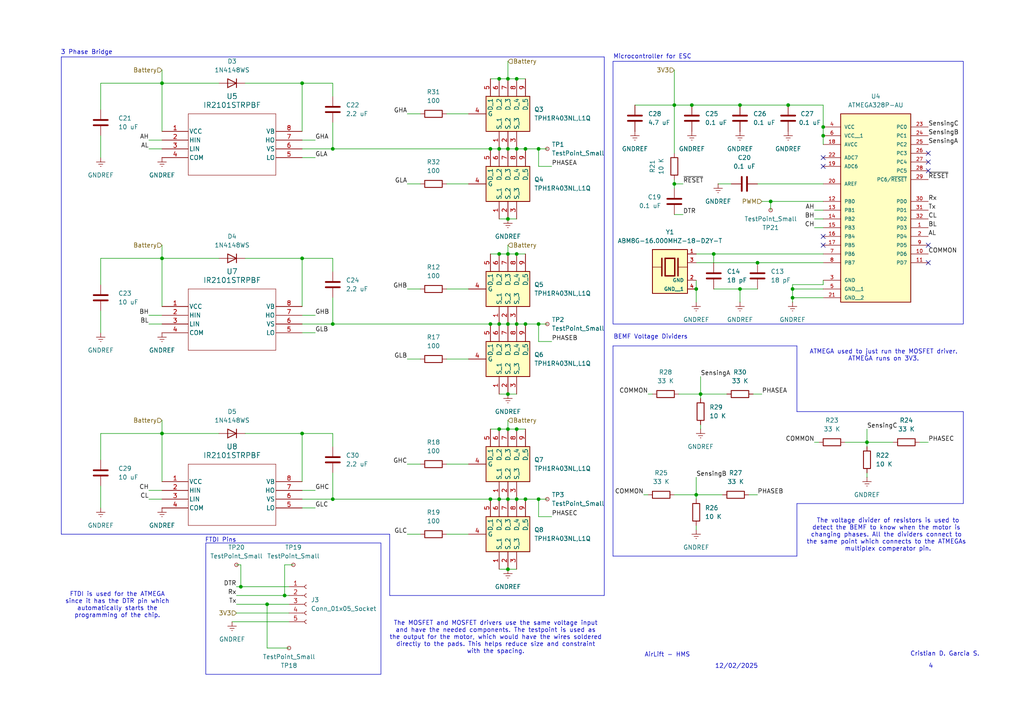
<source format=kicad_sch>
(kicad_sch (version 20250114) (generator "eeschema") (generator_version "9.0")
  (paper "A4")
  (lib_symbols
    (symbol "Connector:Conn_01x05_Socket" (pin_names (offset 1.016) (hide yes))
      (property "Reference" "J" (at 0 7.62 0))
      (property "Value" "Conn_01x05_Socket" (at 0 -7.62 0))
      (symbol "Conn_01x05_Socket_1_1"
        (pin passive line (at -5.08 5.08 0) (length 3.81) (name "Pin_1") (number "1"))
        (pin passive line (at -5.08 2.54 0) (length 3.81) (name "Pin_2") (number "2"))
        (pin passive line (at -5.08 0 0) (length 3.81) (name "Pin_3") (number "3"))
        (pin passive line (at -5.08 -2.54 0) (length 3.81) (name "Pin_4") (number "4"))
        (pin passive line (at -5.08 -5.08 0) (length 3.81) (name "Pin_5") (number "5"))
      )
    )
    (symbol "HMS_SSymbols_Library:1N4148WS" (pin_numbers (hide yes)) (pin_names (hide yes))
      (property "Reference" "D" (at 0 2.54 0))
      (property "Value" "1N4148WS" (at 0 -2.54 0))
      (symbol "1N4148WS_1_1"
        (pin passive line (at -3.81 0 0) (length 2.54) (name "K") (number "1"))
        (pin passive line (at 3.81 0 180) (length 2.54) (name "A") (number "2"))
      )
    )
    (symbol "HMS_SSymbols_Library:ABM8G-16.000MHZ-18-D2Y-T" (pin_names (offset 1.016))
      (property "Reference" "Y" (at -5.0878 6.3559 0))
      (property "Value" "ABM8G-16.000MHZ-18-D2Y-T" (at -5.0944 -10.16 0))
      (symbol "ABM8G-16.000MHZ-18-D2Y-T_0_0"
        (pin passive line (at 7.62 3.81 180) (length 2.54) (name "~") (number "1"))
        (pin passive line (at 7.62 1.27 180) (length 2.54) (name "~") (number "3"))
        (pin power_in line (at 7.62 -3.81 180) (length 2.54) (name "GND") (number "2"))
        (pin power_in line (at 7.62 -6.35 180) (length 2.54) (name "GND__1") (number "4"))
      )
    )
    (symbol "HMS_SSymbols_Library:ATMEGA328P-AU" (pin_names (offset 1.016))
      (property "Reference" "U" (at -0.762 30.734 0))
      (property "Value" "ATMEGA328P-AU" (at -7.874 28.448 0))
      (symbol "ATMEGA328P-AU_0_0"
        (pin power_in line (at -15.24 24.13 0) (length 5.08) (name "VCC") (number "4"))
        (pin power_in line (at -15.24 21.59 0) (length 5.08) (name "VCC__1") (number "6"))
        (pin power_in line (at -15.24 19.05 0) (length 5.08) (name "AVCC") (number "18"))
        (pin bidirectional line (at -15.24 15.24 0) (length 5.08) (name "ADC7") (number "22"))
        (pin bidirectional line (at -15.24 12.7 0) (length 5.08) (name "ADC6") (number "19"))
        (pin input line (at -15.24 7.62 0) (length 5.08) (name "AREF") (number "20"))
        (pin bidirectional line (at -15.24 2.54 0) (length 5.08) (name "PB0") (number "12"))
        (pin bidirectional line (at -15.24 0 0) (length 5.08) (name "PB1") (number "13"))
        (pin bidirectional line (at -15.24 -2.54 0) (length 5.08) (name "PB2") (number "14"))
        (pin bidirectional line (at -15.24 -5.08 0) (length 5.08) (name "PB3") (number "15"))
        (pin bidirectional line (at -15.24 -7.62 0) (length 5.08) (name "PB4") (number "16"))
        (pin bidirectional line (at -15.24 -10.16 0) (length 5.08) (name "PB5") (number "17"))
        (pin bidirectional line (at -15.24 -12.7 0) (length 5.08) (name "PB6") (number "7"))
        (pin bidirectional line (at -15.24 -15.24 0) (length 5.08) (name "PB7") (number "8"))
        (pin power_in line (at -15.24 -20.32 0) (length 5.08) (name "GND") (number "3"))
        (pin power_in line (at -15.24 -22.86 0) (length 5.08) (name "GND__1") (number "5"))
        (pin power_in line (at -15.24 -25.4 0) (length 5.08) (name "GND__2") (number "21"))
        (pin bidirectional line (at 15.24 24.13 180) (length 5.08) (name "PC0") (number "23"))
        (pin bidirectional line (at 15.24 21.59 180) (length 5.08) (name "PC1") (number "24"))
        (pin bidirectional line (at 15.24 19.05 180) (length 5.08) (name "PC2") (number "25"))
        (pin bidirectional line (at 15.24 16.51 180) (length 5.08) (name "PC3") (number "26"))
        (pin bidirectional line (at 15.24 13.97 180) (length 5.08) (name "PC4") (number "27"))
        (pin bidirectional line (at 15.24 11.43 180) (length 5.08) (name "PC5") (number "28"))
        (pin bidirectional line (at 15.24 8.89 180) (length 5.08) (name "PC6/~{RESET}") (number "29"))
        (pin bidirectional line (at 15.24 2.54 180) (length 5.08) (name "PD0") (number "30"))
        (pin bidirectional line (at 15.24 0 180) (length 5.08) (name "PD1") (number "31"))
        (pin bidirectional line (at 15.24 -2.54 180) (length 5.08) (name "PD2") (number "32"))
        (pin bidirectional line (at 15.24 -5.08 180) (length 5.08) (name "PD3") (number "1"))
        (pin bidirectional line (at 15.24 -7.62 180) (length 5.08) (name "PD4") (number "2"))
        (pin bidirectional line (at 15.24 -10.16 180) (length 5.08) (name "PD5") (number "9"))
        (pin bidirectional line (at 15.24 -12.7 180) (length 5.08) (name "PD6") (number "10"))
        (pin bidirectional line (at 15.24 -15.24 180) (length 5.08) (name "PD7") (number "11"))
      )
    )
    (symbol "HMS_SSymbols_Library:C" (pin_numbers (hide yes)) (pin_names (offset 0.254))
      (property "Reference" "C" (at 0.635 2.54 0))
      (property "Value" "C" (at 0.635 -2.54 0))
      (symbol "C_1_1"
        (pin passive line (at 0 3.81 270) (length 2.794) (name "~") (number "1"))
        (pin passive line (at 0 -3.81 90) (length 2.794) (name "~") (number "2"))
      )
    )
    (symbol "HMS_SSymbols_Library:GNDREF" (power) (pin_numbers (hide yes)) (pin_names (offset 0) (hide yes))
      (property "Value" "GNDREF" (at 0 -3.81 0))
      (symbol "GNDREF_1_1"
        (pin power_in line (at 0 0 270) (length 0) (name "~") (number "1"))
      )
    )
    (symbol "HMS_SSymbols_Library:IR2101STRPBF" (pin_names (offset 0.254))
      (property "Reference" "U" (at 20.32 10.16 0))
      (property "Value" "IR2101STRPBF" (at 20.32 7.62 0))
      (symbol "IR2101STRPBF_0_1"
        (pin power_in line (at 0 0 0) (length 7.62) (name "VCC") (number "1"))
        (pin input line (at 0 -2.54 0) (length 7.62) (name "HIN") (number "2"))
        (pin input line (at 0 -5.08 0) (length 7.62) (name "LIN") (number "3"))
        (pin output line (at 40.64 -2.54 180) (length 7.62) (name "HO") (number "7"))
        (pin output line (at 40.64 -7.62 180) (length 7.62) (name "LO") (number "5"))
      )
      (symbol "IR2101STRPBF_1_1"
        (pin power_in line (at 0 -7.62 0) (length 7.62) (name "COM") (number "4"))
        (pin output line (at 40.64 0 180) (length 7.62) (name "VB") (number "8"))
        (pin output line (at 40.64 -5.08 180) (length 7.62) (name "VS") (number "6"))
      )
    )
    (symbol "HMS_SSymbols_Library:R" (pin_numbers (hide yes)) (pin_names (offset 0))
      (property "Reference" "R" (at 2.032 0 90))
      (property "Value" "R" (at 0 0 90))
      (symbol "R_1_1"
        (pin passive line (at 0 3.81 270) (length 1.27) (name "~") (number "1"))
        (pin passive line (at 0 -3.81 90) (length 1.27) (name "~") (number "2"))
      )
    )
    (symbol "HMS_SSymbols_Library:TPH1R403NL,L1Q"
      (property "Reference" "Q" (at 11.43 -12.7 0))
      (property "Value" "TPH1R403NL,L1Q" (at 4.064 -14.986 0))
      (symbol "TPH1R403NL,L1Q_1_1"
        (pin passive line (at 2.54 -2.54 0) (length 5.08) (name "S_1") (number "1"))
        (pin passive line (at 2.54 -5.08 0) (length 5.08) (name "S_2") (number "2"))
        (pin passive line (at 2.54 -7.62 0) (length 5.08) (name "S_3") (number "3"))
        (pin passive line (at 12.7 6.35 270) (length 5.08) (name "G") (number "4"))
        (pin passive line (at 22.86 0 180) (length 5.08) (name "D_1") (number "5"))
        (pin passive line (at 22.86 -2.54 180) (length 5.08) (name "D_2") (number "6"))
        (pin passive line (at 22.86 -5.08 180) (length 5.08) (name "D_3") (number "7"))
        (pin passive line (at 22.86 -7.62 180) (length 5.08) (name "D_4") (number "8"))
        (pin passive line (at 22.86 -10.16 180) (length 5.08) (name "D_5") (number "9"))
      )
    )
    (symbol "HMS_SSymbols_Library:TestPoint_Small" (pin_numbers (hide yes)) (pin_names (offset 0.762) (hide yes))
      (property "Reference" "TP" (at 0 3.81 0))
      (property "Value" "TestPoint_Small" (at 0 2.032 0))
      (symbol "TestPoint_Small_1_1"
        (pin passive line (at 0 0 90) (length 0) (name "1") (number "1"))
      )
    )
  )
  (rectangle (start 177.8 17.78) (end 279.4 93.98))
  (rectangle (start 59.69 157.48) (end 110.49 195.58))
  (text "Cristian D. Garcia S." (at 274.066 189.738 0) (effects (font (size 1.27 1.27))))
  (text "12/02/2025" (at 213.614 193.294 0) (effects (font (size 1.27 1.27))))
  (text "The voltage divider of resistors is used to\ndetect the BEMF to know when the motor is \nchanging phases. All the dividers connect to \nthe same point which connects to the ATMEGAs \nmultiplex comperator pin." (at 257.556 155.194 0) (effects (font (size 1.27 1.27))))
  (text "FTDI is used for the ATMEGA\nsince it has the DTR pin which\nautomatically starts the\nprogramming of the chip." (at 34.036 175.514 0) (effects (font (size 1.27 1.27))))
  (text "ATMEGA used to just run the MOSFET driver.\nATMEGA runs on 3V3." (at 256.286 103.124 0) (effects (font (size 1.27 1.27))))
  (text "FTDI Pins" (at 64.008 156.718 0) (effects (font (size 1.27 1.27))))
  (text "Microcontroller for ESC" (at 189.23 16.51 0) (effects (font (size 1.27 1.27))))
  (text "BEMF Voltage Dividers" (at 188.722 97.79 0) (effects (font (size 1.27 1.27))))
  (text "The MOSFET and MOSFET drivers use the same voltage input\nand have the needed components. The testpoint is used as\nthe output for the motor, which would have the wires soldered\ndirectly to the pads. This helps reduce size and constraint\nwith the spacing." (at 143.764 184.912 0) (effects (font (size 1.27 1.27))))
  (text "3 Phase Bridge" (at 25.146 15.24 0) (effects (font (size 1.27 1.27))))
  (text "4" (at 270.002 193.294 0) (effects (font (size 1.27 1.27))))
  (text "AirLift - HMS" (at 193.548 189.992 0) (effects (font (size 1.27 1.27))))
  (junction (at 144.78 73.66))
  (junction (at 214.63 30.48))
  (junction (at 149.86 93.98))
  (junction (at 195.58 30.48))
  (junction (at 46.99 125.73))
  (junction (at 195.58 53.34))
  (junction (at 144.78 43.18))
  (junction (at 147.32 124.46))
  (junction (at 156.21 43.18))
  (junction (at 223.52 58.42))
  (junction (at 46.99 24.13))
  (junction (at 149.86 124.46))
  (junction (at 201.93 143.51))
  (junction (at 144.78 93.98))
  (junction (at 87.63 74.93))
  (junction (at 147.32 63.5))
  (junction (at 156.21 93.98))
  (junction (at 142.24 93.98))
  (junction (at 147.32 114.3))
  (junction (at 214.63 83.82))
  (junction (at 96.52 43.18))
  (junction (at 200.66 30.48))
  (junction (at 152.4 93.98))
  (junction (at 147.32 165.1))
  (junction (at 96.52 93.98))
  (junction (at 219.71 76.2))
  (junction (at 229.87 86.36))
  (junction (at 96.52 144.78))
  (junction (at 238.76 36.83))
  (junction (at 69.85 170.18))
  (junction (at 147.32 22.86))
  (junction (at 142.24 43.18))
  (junction (at 142.24 144.78))
  (junction (at 149.86 144.78))
  (junction (at 149.86 43.18))
  (junction (at 228.6 30.48))
  (junction (at 238.76 39.37))
  (junction (at 203.2 114.3))
  (junction (at 152.4 144.78))
  (junction (at 201.93 83.82))
  (junction (at 156.21 144.78))
  (junction (at 87.63 125.73))
  (junction (at 87.63 24.13))
  (junction (at 77.47 175.26))
  (junction (at 82.55 172.72))
  (junction (at 229.87 83.82))
  (junction (at 149.86 73.66))
  (junction (at 46.99 74.93))
  (junction (at 147.32 144.78))
  (junction (at 147.32 73.66))
  (junction (at 144.78 144.78))
  (junction (at 149.86 22.86))
  (junction (at 144.78 124.46))
  (junction (at 152.4 43.18))
  (junction (at 147.32 93.98))
  (junction (at 144.78 22.86))
  (junction (at 207.01 73.66))
  (junction (at 251.46 128.27))
  (junction (at 147.32 43.18))
  (no_connect (at 269.24 76.2))
  (no_connect (at 238.76 68.58))
  (no_connect (at 238.76 71.12))
  (no_connect (at 269.24 49.53))
  (no_connect (at 269.24 44.45))
  (no_connect (at 238.76 48.26))
  (no_connect (at 269.24 46.99))
  (no_connect (at 269.24 71.12))
  (no_connect (at 238.76 45.72))
  (polyline (pts (xy 177.8 100.33) (xy 177.8 161.29)))
  (wire (pts (xy 219.71 53.34) (xy 238.76 53.34)))
  (wire (pts (xy 149.86 43.18) (xy 152.4 43.18)))
  (wire (pts (xy 147.32 124.46) (xy 149.86 124.46)))
  (wire (pts (xy 238.76 39.37) (xy 238.76 41.91)))
  (wire (pts (xy 144.78 43.18) (xy 147.32 43.18)))
  (wire (pts (xy 29.21 74.93) (xy 46.99 74.93)))
  (wire (pts (xy 68.58 172.72) (xy 82.55 172.72)))
  (wire (pts (xy 129.54 134.62) (xy 135.89 134.62)))
  (wire (pts (xy 195.58 53.34) (xy 198.12 53.34)))
  (wire (pts (xy 118.11 53.34) (xy 121.92 53.34)))
  (wire (pts (xy 87.63 139.7) (xy 87.63 125.73)))
  (wire (pts (xy 118.11 134.62) (xy 121.92 134.62)))
  (wire (pts (xy 46.99 121.92) (xy 46.99 125.73)))
  (wire (pts (xy 144.78 63.5) (xy 147.32 63.5)))
  (wire (pts (xy 68.58 177.8) (xy 83.82 177.8)))
  (wire (pts (xy 160.02 99.06) (xy 156.21 99.06)))
  (wire (pts (xy 152.4 93.98) (xy 156.21 93.98)))
  (wire (pts (xy 118.11 33.02) (xy 121.92 33.02)))
  (wire (pts (xy 83.82 187.96) (xy 77.47 187.96)))
  (wire (pts (xy 67.31 180.34) (xy 83.82 180.34)))
  (wire (pts (xy 43.18 43.18) (xy 46.99 43.18)))
  (wire (pts (xy 43.18 40.64) (xy 46.99 40.64)))
  (wire (pts (xy 46.99 125.73) (xy 46.99 139.7)))
  (polyline (pts (xy 279.4 119.38) (xy 279.4 146.05)))
  (wire (pts (xy 129.54 104.14) (xy 135.89 104.14)))
  (wire (pts (xy 142.24 93.98) (xy 144.78 93.98)))
  (wire (pts (xy 68.58 163.83) (xy 69.85 163.83)))
  (wire (pts (xy 91.44 147.32) (xy 87.63 147.32)))
  (wire (pts (xy 245.11 128.27) (xy 251.46 128.27)))
  (wire (pts (xy 96.52 35.56) (xy 96.52 43.18)))
  (wire (pts (xy 251.46 128.27) (xy 259.08 128.27)))
  (wire (pts (xy 144.78 22.86) (xy 147.32 22.86)))
  (wire (pts (xy 96.52 144.78) (xy 87.63 144.78)))
  (wire (pts (xy 219.71 143.51) (xy 217.17 143.51)))
  (wire (pts (xy 29.21 125.73) (xy 46.99 125.73)))
  (wire (pts (xy 203.2 109.22) (xy 203.2 114.3)))
  (wire (pts (xy 142.24 73.66) (xy 144.78 73.66)))
  (wire (pts (xy 46.99 74.93) (xy 63.5 74.93)))
  (wire (pts (xy 196.85 114.3) (xy 203.2 114.3)))
  (wire (pts (xy 195.58 53.34) (xy 195.58 52.07)))
  (wire (pts (xy 156.21 93.98) (xy 158.75 93.98)))
  (wire (pts (xy 251.46 138.43) (xy 251.46 137.16)))
  (wire (pts (xy 29.21 96.52) (xy 29.21 90.17)))
  (wire (pts (xy 91.44 45.72) (xy 87.63 45.72)))
  (wire (pts (xy 96.52 93.98) (xy 87.63 93.98)))
  (wire (pts (xy 142.24 124.46) (xy 144.78 124.46)))
  (polyline (pts (xy 177.8 100.33) (xy 231.14 100.33)))
  (wire (pts (xy 29.21 24.13) (xy 46.99 24.13)))
  (wire (pts (xy 147.32 144.78) (xy 149.86 144.78)))
  (wire (pts (xy 156.21 99.06) (xy 156.21 93.98)))
  (wire (pts (xy 184.15 30.48) (xy 195.58 30.48)))
  (wire (pts (xy 29.21 133.35) (xy 29.21 125.73)))
  (wire (pts (xy 96.52 74.93) (xy 87.63 74.93)))
  (wire (pts (xy 238.76 36.83) (xy 238.76 39.37)))
  (wire (pts (xy 147.32 71.12) (xy 147.32 73.66)))
  (wire (pts (xy 96.52 86.36) (xy 96.52 93.98)))
  (wire (pts (xy 77.47 175.26) (xy 83.82 175.26)))
  (wire (pts (xy 269.24 128.27) (xy 266.7 128.27)))
  (wire (pts (xy 195.58 143.51) (xy 201.93 143.51)))
  (wire (pts (xy 96.52 43.18) (xy 142.24 43.18)))
  (polyline (pts (xy 17.78 154.94) (xy 113.03 154.94)))
  (wire (pts (xy 144.78 124.46) (xy 147.32 124.46)))
  (polyline (pts (xy 231.14 100.33) (xy 231.14 119.38)))
  (wire (pts (xy 220.98 58.42) (xy 223.52 58.42)))
  (wire (pts (xy 87.63 88.9) (xy 87.63 74.93)))
  (wire (pts (xy 142.24 144.78) (xy 144.78 144.78)))
  (wire (pts (xy 147.32 114.3) (xy 149.86 114.3)))
  (wire (pts (xy 46.99 125.73) (xy 63.5 125.73)))
  (wire (pts (xy 229.87 83.82) (xy 229.87 86.36)))
  (wire (pts (xy 207.01 76.2) (xy 207.01 73.66)))
  (wire (pts (xy 96.52 24.13) (xy 87.63 24.13)))
  (wire (pts (xy 91.44 96.52) (xy 87.63 96.52)))
  (polyline (pts (xy 175.26 172.72) (xy 175.26 16.51)))
  (wire (pts (xy 201.93 144.78) (xy 201.93 143.51)))
  (wire (pts (xy 220.98 114.3) (xy 218.44 114.3)))
  (wire (pts (xy 82.55 163.83) (xy 82.55 172.72)))
  (wire (pts (xy 149.86 124.46) (xy 152.4 124.46)))
  (wire (pts (xy 129.54 53.34) (xy 135.89 53.34)))
  (wire (pts (xy 147.32 93.98) (xy 149.86 93.98)))
  (wire (pts (xy 201.93 76.2) (xy 219.71 76.2)))
  (wire (pts (xy 186.69 143.51) (xy 187.96 143.51)))
  (wire (pts (xy 85.09 163.83) (xy 82.55 163.83)))
  (wire (pts (xy 195.58 54.61) (xy 195.58 53.34)))
  (wire (pts (xy 129.54 154.94) (xy 135.89 154.94)))
  (wire (pts (xy 160.02 48.26) (xy 156.21 48.26)))
  (wire (pts (xy 214.63 30.48) (xy 228.6 30.48)))
  (polyline (pts (xy 231.14 119.38) (xy 279.4 119.38)))
  (polyline (pts (xy 17.78 16.51) (xy 175.26 16.51)))
  (wire (pts (xy 147.32 17.78) (xy 147.32 22.86)))
  (wire (pts (xy 147.32 121.92) (xy 147.32 124.46)))
  (wire (pts (xy 201.93 153.67) (xy 201.93 152.4)))
  (wire (pts (xy 156.21 149.86) (xy 156.21 144.78)))
  (wire (pts (xy 77.47 187.96) (xy 77.47 175.26)))
  (wire (pts (xy 152.4 43.18) (xy 156.21 43.18)))
  (wire (pts (xy 144.78 144.78) (xy 147.32 144.78)))
  (wire (pts (xy 144.78 73.66) (xy 147.32 73.66)))
  (wire (pts (xy 160.02 149.86) (xy 156.21 149.86)))
  (wire (pts (xy 203.2 115.57) (xy 203.2 114.3)))
  (wire (pts (xy 87.63 24.13) (xy 71.12 24.13)))
  (wire (pts (xy 238.76 86.36) (xy 229.87 86.36)))
  (wire (pts (xy 207.01 73.66) (xy 238.76 73.66)))
  (wire (pts (xy 149.86 93.98) (xy 152.4 93.98)))
  (wire (pts (xy 43.18 144.78) (xy 46.99 144.78)))
  (wire (pts (xy 214.63 87.63) (xy 214.63 83.82)))
  (wire (pts (xy 29.21 45.72) (xy 29.21 39.37)))
  (wire (pts (xy 91.44 91.44) (xy 87.63 91.44)))
  (wire (pts (xy 96.52 125.73) (xy 87.63 125.73)))
  (wire (pts (xy 147.32 73.66) (xy 149.86 73.66)))
  (wire (pts (xy 238.76 30.48) (xy 238.76 36.83)))
  (wire (pts (xy 195.58 30.48) (xy 200.66 30.48)))
  (wire (pts (xy 238.76 82.55) (xy 229.87 82.55)))
  (wire (pts (xy 82.55 172.72) (xy 83.82 172.72)))
  (wire (pts (xy 156.21 43.18) (xy 158.75 43.18)))
  (wire (pts (xy 149.86 73.66) (xy 152.4 73.66)))
  (wire (pts (xy 68.58 175.26) (xy 77.47 175.26)))
  (wire (pts (xy 229.87 82.55) (xy 229.87 83.82)))
  (wire (pts (xy 29.21 147.32) (xy 29.21 140.97)))
  (wire (pts (xy 96.52 137.16) (xy 96.52 144.78)))
  (wire (pts (xy 198.12 62.23) (xy 195.58 62.23)))
  (wire (pts (xy 201.93 143.51) (xy 209.55 143.51)))
  (polyline (pts (xy 113.03 172.72) (xy 175.26 172.72)))
  (wire (pts (xy 149.86 144.78) (xy 152.4 144.78)))
  (wire (pts (xy 219.71 76.2) (xy 238.76 76.2)))
  (wire (pts (xy 118.11 83.82) (xy 121.92 83.82)))
  (wire (pts (xy 142.24 43.18) (xy 144.78 43.18)))
  (wire (pts (xy 201.93 81.28) (xy 201.93 83.82)))
  (wire (pts (xy 195.58 44.45) (xy 195.58 30.48)))
  (wire (pts (xy 203.2 124.46) (xy 203.2 123.19)))
  (wire (pts (xy 238.76 63.5) (xy 236.22 63.5)))
  (wire (pts (xy 144.78 114.3) (xy 147.32 114.3)))
  (wire (pts (xy 46.99 20.32) (xy 46.99 24.13)))
  (wire (pts (xy 46.99 24.13) (xy 63.5 24.13)))
  (wire (pts (xy 142.24 22.86) (xy 144.78 22.86)))
  (wire (pts (xy 29.21 31.75) (xy 29.21 24.13)))
  (wire (pts (xy 69.85 170.18) (xy 83.82 170.18)))
  (wire (pts (xy 208.28 53.34) (xy 212.09 53.34)))
  (wire (pts (xy 43.18 142.24) (xy 46.99 142.24)))
  (wire (pts (xy 87.63 125.73) (xy 71.12 125.73)))
  (polyline (pts (xy 177.8 161.29) (xy 231.14 161.29)))
  (polyline (pts (xy 113.03 154.94) (xy 113.03 172.72)))
  (wire (pts (xy 96.52 144.78) (xy 142.24 144.78)))
  (wire (pts (xy 87.63 74.93) (xy 71.12 74.93)))
  (wire (pts (xy 68.58 170.18) (xy 69.85 170.18)))
  (wire (pts (xy 156.21 48.26) (xy 156.21 43.18)))
  (wire (pts (xy 200.66 30.48) (xy 214.63 30.48)))
  (wire (pts (xy 238.76 66.04) (xy 236.22 66.04)))
  (wire (pts (xy 96.52 93.98) (xy 142.24 93.98)))
  (wire (pts (xy 118.11 154.94) (xy 121.92 154.94)))
  (wire (pts (xy 144.78 165.1) (xy 147.32 165.1)))
  (wire (pts (xy 46.99 74.93) (xy 46.99 88.9)))
  (wire (pts (xy 91.44 142.24) (xy 87.63 142.24)))
  (wire (pts (xy 156.21 144.78) (xy 158.75 144.78)))
  (wire (pts (xy 129.54 33.02) (xy 135.89 33.02)))
  (wire (pts (xy 96.52 78.74) (xy 96.52 74.93)))
  (wire (pts (xy 228.6 30.48) (xy 238.76 30.48)))
  (wire (pts (xy 91.44 40.64) (xy 87.63 40.64)))
  (wire (pts (xy 238.76 60.96) (xy 236.22 60.96)))
  (wire (pts (xy 147.32 22.86) (xy 149.86 22.86)))
  (wire (pts (xy 46.99 24.13) (xy 46.99 38.1)))
  (wire (pts (xy 201.93 87.63) (xy 201.93 83.82)))
  (wire (pts (xy 144.78 93.98) (xy 147.32 93.98)))
  (wire (pts (xy 152.4 144.78) (xy 156.21 144.78)))
  (wire (pts (xy 96.52 27.94) (xy 96.52 24.13)))
  (wire (pts (xy 118.11 104.14) (xy 121.92 104.14)))
  (wire (pts (xy 43.18 91.44) (xy 46.99 91.44)))
  (wire (pts (xy 251.46 129.54) (xy 251.46 128.27)))
  (wire (pts (xy 238.76 83.82) (xy 229.87 83.82)))
  (wire (pts (xy 236.22 128.27) (xy 237.49 128.27)))
  (polyline (pts (xy 231.14 146.05) (xy 231.14 161.29)))
  (polyline (pts (xy 17.78 16.51) (xy 17.78 154.94)))
  (wire (pts (xy 96.52 43.18) (xy 87.63 43.18)))
  (wire (pts (xy 129.54 83.82) (xy 135.89 83.82)))
  (wire (pts (xy 229.87 87.63) (xy 229.87 86.36)))
  (wire (pts (xy 87.63 38.1) (xy 87.63 24.13)))
  (polyline (pts (xy 279.4 146.05) (xy 231.14 146.05)))
  (wire (pts (xy 223.52 58.42) (xy 238.76 58.42)))
  (wire (pts (xy 96.52 129.54) (xy 96.52 125.73)))
  (wire (pts (xy 29.21 82.55) (xy 29.21 74.93)))
  (wire (pts (xy 238.76 81.28) (xy 238.76 82.55)))
  (wire (pts (xy 147.32 43.18) (xy 149.86 43.18)))
  (wire (pts (xy 147.32 165.1) (xy 149.86 165.1)))
  (wire (pts (xy 149.86 22.86) (xy 152.4 22.86)))
  (wire (pts (xy 251.46 124.46) (xy 251.46 128.27)))
  (wire (pts (xy 69.85 163.83) (xy 69.85 170.18)))
  (wire (pts (xy 201.93 73.66) (xy 207.01 73.66)))
  (wire (pts (xy 203.2 114.3) (xy 210.82 114.3)))
  (wire (pts (xy 201.93 138.43) (xy 201.93 143.51)))
  (wire (pts (xy 46.99 71.12) (xy 46.99 74.93)))
  (wire (pts (xy 147.32 63.5) (xy 149.86 63.5)))
  (wire (pts (xy 214.63 83.82) (xy 219.71 83.82)))
  (wire (pts (xy 223.52 58.42) (xy 223.52 60.96)))
  (wire (pts (xy 214.63 83.82) (xy 207.01 83.82)))
  (wire (pts (xy 195.58 20.32) (xy 195.58 30.48)))
  (wire (pts (xy 187.96 114.3) (xy 189.23 114.3)))
  (wire (pts (xy 43.18 93.98) (xy 46.99 93.98)))
  (label "PHASEA" (at 220.98 114.3 0))
  (label "AH" (at 43.18 40.64 180))
  (label "GLA" (at 91.44 45.72 0))
  (label "SensingC" (at 269.24 36.83 0))
  (label "BH" (at 43.18 91.44 180))
  (label "CL" (at 43.18 144.78 180))
  (label "AH" (at 236.22 60.96 180))
  (label "SensingA" (at 203.2 109.22 0))
  (label "GHC" (at 91.44 142.24 0))
  (label "COMMON" (at 269.24 73.66 0))
  (label "SensingC" (at 251.46 124.46 0))
  (label "BL" (at 269.24 66.04 0))
  (label "COMMON" (at 236.22 128.27 180))
  (label "Rx" (at 269.24 58.42 0))
  (label "AL" (at 43.18 43.18 180))
  (label "GHC" (at 118.11 134.62 180))
  (label "GLA" (at 118.11 53.34 180))
  (label "GLC" (at 118.11 154.94 180))
  (label "PHASEC" (at 160.02 149.86 0))
  (label "~{RESET}" (at 269.24 52.07 0))
  (label "PHASEB" (at 160.02 99.06 0))
  (label "BH" (at 236.22 63.5 180))
  (label "DTR" (at 198.12 62.23 0))
  (label "GHA" (at 118.11 33.02 180))
  (label "GLB" (at 118.11 104.14 180))
  (label "GLC" (at 91.44 147.32 0))
  (label "COMMON" (at 186.69 143.51 180))
  (label "GHA" (at 91.44 40.64 0))
  (label "CH" (at 43.18 142.24 180))
  (label "BL" (at 43.18 93.98 180))
  (label "CH" (at 236.22 66.04 180))
  (label "DTR" (at 68.58 170.18 180))
  (label "Tx" (at 269.24 60.96 0))
  (label "CL" (at 269.24 63.5 0))
  (label "GLB" (at 91.44 96.52 0))
  (label "PHASEA" (at 160.02 48.26 0))
  (label "SensingB" (at 269.24 39.37 0))
  (label "Tx" (at 68.58 175.26 180))
  (label "COMMON" (at 187.96 114.3 180))
  (label "GHB" (at 91.44 91.44 0))
  (label "SensingA" (at 269.24 41.91 0))
  (label "~{RESET}" (at 198.12 53.34 0))
  (label "AL" (at 269.24 68.58 0))
  (label "SensingB" (at 201.93 138.43 0))
  (label "Rx" (at 68.58 172.72 180))
  (label "GHB" (at 118.11 83.82 180))
  (label "PHASEC" (at 269.24 128.27 0))
  (label "PHASEB" (at 219.71 143.51 0))
  (hierarchical_label "Battery" (shape input) (at 46.99 71.12 180))
  (hierarchical_label "PWM" (shape input) (at 220.98 58.42 180))
  (hierarchical_label "Battery" (shape input) (at 147.32 17.78 0))
  (hierarchical_label "3V3" (shape input) (at 195.58 20.32 180))
  (hierarchical_label "3V3" (shape input) (at 68.58 177.8 180))
  (hierarchical_label "Battery" (shape input) (at 147.32 71.12 0))
  (hierarchical_label "Battery" (shape input) (at 147.32 121.92 0))
  (hierarchical_label "Battery" (shape input) (at 46.99 121.92 180))
  (hierarchical_label "Battery" (shape input) (at 46.99 20.32 180))
  (symbol (lib_id "HMS_SSymbols_Library:TestPoint_Small") (at 223.52 60.96 270) (unit 1)
    (property "Reference" "TP21" (at 223.52 66.04 90))
    (property "Value" "TestPoint_Small" (at 223.52 63.5 90))
    (property "Footprint" "LibraryHMS_FSymbols_Library:TestPoint_Pad_D1.0mm" (effects (hide yes)))
    (property "Description" "test point" (effects (hide yes)))
  )
  (symbol (lib_id "HMS_SSymbols_Library:TPH1R403NL,L1Q") (at 142.24 66.04 90) (unit 1)
    (property "Reference" "Q4" (at 154.94 52.0699 90) (effects (justify right)))
    (property "Value" "TPH1R403NL,L1Q" (at 154.94 54.6099 90) (effects (justify right)))
    (property "Footprint" "LibraryHMS_FSymbols_Library:TPH1R403NLL1Q" (effects (hide yes)))
    (property "Datasheet" "https://www.mouser.in/ProductDetail/Toshiba/TPH1R403NLL1Q?qs=HVbQlW5zcXWxPmEVdb2K1w%3D%3D&srsltid=AfmBOoqRHMGlSDzUAlTxkWXR9G5-gdRWGcO8wnP1ZC8y2IEoxCRQZ0fW" (effects (hide yes)))
    (property "Description" "N-Channel 30 V 60A (Ta) 1.6W (Ta), 64W (Tc) Surface Mount 8-SOP Advance (5x5)" (effects (hide yes)))
    (property "Height" "1" (effects (hide yes)))
    (property "Mouser Part Number" "757-TPH1R403NLL1Q" (effects (hide yes)))
    (property "Mouser Price/Stock" "https://www.mouser.co.uk/ProductDetail/Toshiba/TPH1R403NLL1Q?qs=HVbQlW5zcXWxPmEVdb2K1w%3D%3D" (effects (hide yes)))
    (property "Manufacturer_Name" "Toshiba" (effects (hide yes)))
    (property "Manufacturer_Part_Number" "TPH1R403NL,L1Q" (effects (hide yes)))
    (property "MFR" "Toshiba Semiconductor and Storage" (effects (hide yes)))
    (property "MPN" "TPH1R403NL,L1Q" (effects (hide yes)))
  )
  (symbol (lib_id "HMS_SSymbols_Library:GNDREF") (at 147.32 165.1 0) (unit 1)
    (property "Reference" "#PWR040" (effects (hide yes)))
    (property "Value" "GNDREF" (at 147.32 170.18 0))
    (property "Description" "Power symbol creates a global label with name \"GNDREF\" , reference supply ground" (effects (hide yes)))
  )
  (symbol (lib_id "HMS_SSymbols_Library:GNDREF") (at 46.99 96.52 0) (unit 1)
    (property "Reference" "#PWR033" (effects (hide yes)))
    (property "Value" "GNDREF" (at 46.99 101.6 0))
    (property "Description" "Power symbol creates a global label with name \"GNDREF\" , reference supply ground" (effects (hide yes)))
  )
  (symbol (lib_id "HMS_SSymbols_Library:R") (at 191.77 143.51 90) (unit 1)
    (property "Reference" "R25" (at 191.77 137.16 90))
    (property "Value" "33 K" (at 191.77 139.7 90))
    (property "Footprint" "LibraryHMS_FSymbols_Library:R_0805_2012Metric_Pad1.20x1.40mm_HandSolder" (effects (hide yes)))
    (property "Description" "Resistor" (effects (hide yes)))
    (property "MFR" "YAGEO" (effects (hide yes)))
    (property "MPN" "RC0805FR-0733KL" (effects (hide yes)))
  )
  (symbol (lib_id "HMS_SSymbols_Library:C") (at 195.58 58.42 0) (mirror x) (unit 1)
    (property "Reference" "C19" (at 191.77 57.1499 0) (effects (justify right)))
    (property "Value" "0.1 uF" (at 191.77 59.6899 0) (effects (justify right)))
    (property "Footprint" "LibraryHMS_FSymbols_Library:C_0805_2012Metric_Pad1.18x1.45mm_HandSolder" (effects (hide yes)))
    (property "Description" "Unpolarized capacitor" (effects (hide yes)))
    (property "MFR" "KEMET" (effects (hide yes)))
    (property "MPN" "C0805C104K4RACTU" (effects (hide yes)))
  )
  (symbol (lib_id "HMS_SSymbols_Library:GNDREF") (at 29.21 45.72 0) (unit 1)
    (property "Reference" "#PWR035" (effects (hide yes)))
    (property "Value" "GNDREF" (at 29.21 50.8 0))
    (property "Description" "Power symbol creates a global label with name \"GNDREF\" , reference supply ground" (effects (hide yes)))
  )
  (symbol (lib_id "HMS_SSymbols_Library:C") (at 219.71 80.01 0) (unit 1)
    (property "Reference" "C13" (at 223.52 78.7399 0) (effects (justify left)))
    (property "Value" "18 pF" (at 223.52 81.2799 0) (effects (justify left)))
    (property "Footprint" "LibraryHMS_FSymbols_Library:C_0805_2012Metric_Pad1.18x1.45mm_HandSolder" (effects (hide yes)))
    (property "Description" "Unpolarized capacitor" (effects (hide yes)))
    (property "MFR" "KEMET" (effects (hide yes)))
    (property "MPN" "C0805C180G4HACTU" (effects (hide yes)))
  )
  (symbol (lib_id "HMS_SSymbols_Library:GNDREF") (at 29.21 147.32 0) (unit 1)
    (property "Reference" "#PWR036" (effects (hide yes)))
    (property "Value" "GNDREF" (at 29.21 152.4 0))
    (property "Description" "Power symbol creates a global label with name \"GNDREF\" , reference supply ground" (effects (hide yes)))
  )
  (symbol (lib_id "HMS_SSymbols_Library:R") (at 241.3 128.27 90) (unit 1)
    (property "Reference" "R23" (at 241.3 121.92 90))
    (property "Value" "33 K" (at 241.3 124.46 90))
    (property "Footprint" "LibraryHMS_FSymbols_Library:R_0805_2012Metric_Pad1.20x1.40mm_HandSolder" (effects (hide yes)))
    (property "Description" "Resistor" (effects (hide yes)))
    (property "MFR" "YAGEO" (effects (hide yes)))
    (property "MPN" "RC0805FR-0733KL" (effects (hide yes)))
  )
  (symbol (lib_id "HMS_SSymbols_Library:GNDREF") (at 229.87 87.63 0) (unit 1)
    (property "Reference" "#PWR09" (effects (hide yes)))
    (property "Value" "GNDREF" (at 229.87 92.71 0))
    (property "Description" "Power symbol creates a global label with name \"GNDREF\" , reference supply ground" (effects (hide yes)))
  )
  (symbol (lib_id "HMS_SSymbols_Library:GNDREF") (at 67.31 180.34 0) (unit 1)
    (property "Reference" "#PWR027" (effects (hide yes)))
    (property "Value" "GNDREF" (at 67.31 185.42 0))
    (property "Description" "Power symbol creates a global label with name \"GNDREF\" , reference supply ground" (effects (hide yes)))
  )
  (symbol (lib_id "HMS_SSymbols_Library:R") (at 203.2 119.38 0) (unit 1)
    (property "Reference" "R29" (at 205.74 118.1099 0) (effects (justify left)))
    (property "Value" "10 K" (at 205.74 120.6499 0) (effects (justify left)))
    (property "Footprint" "LibraryHMS_FSymbols_Library:R_0805_2012Metric_Pad1.20x1.40mm_HandSolder" (effects (hide yes)))
    (property "Description" "Resistor" (effects (hide yes)))
    (property "MFR" "Susumu" (effects (hide yes)))
    (property "MPN" "RR1220P-103-D" (effects (hide yes)))
  )
  (symbol (lib_id "HMS_SSymbols_Library:R") (at 125.73 154.94 90) (unit 1)
    (property "Reference" "R19" (at 125.73 148.59 90))
    (property "Value" "100" (at 125.73 151.13 90))
    (property "Footprint" "LibraryHMS_FSymbols_Library:R_0805_2012Metric_Pad1.20x1.40mm_HandSolder" (effects (hide yes)))
    (property "Description" "Resistor" (effects (hide yes)))
    (property "MFR" "Panasonic Electronic Components" (effects (hide yes)))
    (property "MPN" "ERA-6AEB101V" (effects (hide yes)))
  )
  (symbol (lib_id "HMS_SSymbols_Library:TestPoint_Small") (at 158.75 93.98 0) (unit 1)
    (property "Reference" "TP2" (at 160.02 92.7099 0) (effects (justify left)))
    (property "Value" "TestPoint_Small" (at 160.02 95.2499 0) (effects (justify left)))
    (property "Footprint" "TestPoint:TestPoint_Pad_1.0x1.0mm" (effects (hide yes)))
    (property "Description" "test point" (effects (hide yes)))
    (property "MFR" "N/A" (effects (hide yes)))
    (property "MPN" "N/A" (effects (hide yes)))
  )
  (symbol (lib_id "HMS_SSymbols_Library:R") (at 262.89 128.27 90) (unit 1)
    (property "Reference" "R24" (at 262.89 121.92 90))
    (property "Value" "33 K" (at 262.89 124.46 90))
    (property "Footprint" "LibraryHMS_FSymbols_Library:R_0805_2012Metric_Pad1.20x1.40mm_HandSolder" (effects (hide yes)))
    (property "Description" "Resistor" (effects (hide yes)))
    (property "MFR" "YAGEO" (effects (hide yes)))
    (property "MPN" "RC0805FR-0733KL" (effects (hide yes)))
  )
  (symbol (lib_id "HMS_SSymbols_Library:C") (at 96.52 31.75 180) (unit 1)
    (property "Reference" "C22" (at 100.33 30.4799 0) (effects (justify right)))
    (property "Value" "2.2 uF" (at 100.33 33.0199 0) (effects (justify right)))
    (property "Footprint" "LibraryHMS_FSymbols_Library:C_0805_2012Metric_Pad1.18x1.45mm_HandSolder" (effects (hide yes)))
    (property "Description" "Unpolarized capacitor" (effects (hide yes)))
    (property "MFR" "Murata Electronics" (effects (hide yes)))
    (property "MPN" "GRM21BR71C225KA12L" (effects (hide yes)))
  )
  (symbol (lib_id "HMS_SSymbols_Library:TPH1R403NL,L1Q") (at 142.24 45.72 90) (unit 1)
    (property "Reference" "Q3" (at 154.94 31.7499 90) (effects (justify right)))
    (property "Value" "TPH1R403NL,L1Q" (at 154.94 34.2899 90) (effects (justify right)))
    (property "Footprint" "LibraryHMS_FSymbols_Library:TPH1R403NLL1Q" (effects (hide yes)))
    (property "Datasheet" "https://www.mouser.in/ProductDetail/Toshiba/TPH1R403NLL1Q?qs=HVbQlW5zcXWxPmEVdb2K1w%3D%3D&srsltid=AfmBOoqRHMGlSDzUAlTxkWXR9G5-gdRWGcO8wnP1ZC8y2IEoxCRQZ0fW" (effects (hide yes)))
    (property "Description" "N-Channel 30 V 60A (Ta) 1.6W (Ta), 64W (Tc) Surface Mount 8-SOP Advance (5x5)" (effects (hide yes)))
    (property "Height" "1" (effects (hide yes)))
    (property "Mouser Part Number" "757-TPH1R403NLL1Q" (effects (hide yes)))
    (property "Mouser Price/Stock" "https://www.mouser.co.uk/ProductDetail/Toshiba/TPH1R403NLL1Q?qs=HVbQlW5zcXWxPmEVdb2K1w%3D%3D" (effects (hide yes)))
    (property "Manufacturer_Name" "Toshiba" (effects (hide yes)))
    (property "Manufacturer_Part_Number" "TPH1R403NL,L1Q" (effects (hide yes)))
    (property "MFR" "Toshiba Semiconductor and Storage" (effects (hide yes)))
    (property "MPN" "TPH1R403NL,L1Q" (effects (hide yes)))
  )
  (symbol (lib_id "HMS_SSymbols_Library:GNDREF") (at 200.66 38.1 0) (unit 1)
    (property "Reference" "#PWR04" (effects (hide yes)))
    (property "Value" "GNDREF" (at 200.66 43.18 0))
    (property "Description" "Power symbol creates a global label with name \"GNDREF\" , reference supply ground" (effects (hide yes)))
  )
  (symbol (lib_id "HMS_SSymbols_Library:GNDREF") (at 251.46 138.43 0) (unit 1)
    (property "Reference" "#PWR022" (effects (hide yes)))
    (property "Value" "GNDREF" (at 251.46 143.51 0))
    (property "Description" "Power symbol creates a global label with name \"GNDREF\" , reference supply ground" (effects (hide yes)))
  )
  (symbol (lib_id "HMS_SSymbols_Library:C") (at 215.9 53.34 270) (unit 1)
    (property "Reference" "C20" (at 215.9 45.72 90))
    (property "Value" "0.1 uF" (at 215.9 48.26 90))
    (property "Footprint" "LibraryHMS_FSymbols_Library:C_0805_2012Metric_Pad1.18x1.45mm_HandSolder" (effects (hide yes)))
    (property "Description" "Unpolarized capacitor" (effects (hide yes)))
    (property "MFR" "KEMET" (effects (hide yes)))
    (property "MPN" "C0805C104K4RACTU" (effects (hide yes)))
  )
  (symbol (lib_id "Connector:Conn_01x05_Socket") (at 88.9 175.26 0) (unit 1)
    (property "Reference" "J3" (at 90.17 173.9899 0) (effects (justify left)))
    (property "Value" "Conn_01x05_Socket" (at 90.17 176.5299 0) (effects (justify left)))
    (property "Footprint" "LibraryHMS_FSymbols_Library:PinSocket_1x05_P2.54mm_Vertical" (effects (hide yes)))
    (property "Description" "Generic connector, single row, 01x05, script generated" (effects (hide yes)))
    (property "MFR" "N/A" (effects (hide yes)))
    (property "MPN" "N/A" (effects (hide yes)))
  )
  (symbol (lib_id "HMS_SSymbols_Library:C") (at 228.6 34.29 180) (unit 1)
    (property "Reference" "C27" (at 232.156 33.02 0) (effects (justify right)))
    (property "Value" "0.1 uF" (at 231.648 35.56 0) (effects (justify right)))
    (property "Footprint" "LibraryHMS_FSymbols_Library:C_0805_2012Metric_Pad1.18x1.45mm_HandSolder" (effects (hide yes)))
    (property "Description" "Unpolarized capacitor" (effects (hide yes)))
    (property "MFR" "KEMET" (effects (hide yes)))
    (property "MPN" "C0805C104K4RACTU" (effects (hide yes)))
  )
  (symbol (lib_id "HMS_SSymbols_Library:GNDREF") (at 214.63 87.63 0) (unit 1)
    (property "Reference" "#PWR02" (effects (hide yes)))
    (property "Value" "GNDREF" (at 214.63 92.71 0))
    (property "Description" "Power symbol creates a global label with name \"GNDREF\" , reference supply ground" (effects (hide yes)))
  )
  (symbol (lib_id "HMS_SSymbols_Library:IR2101STRPBF") (at 46.99 88.9 0) (unit 1)
    (property "Reference" "U7" (at 67.31 78.74 0) (effects (font (size 1.524 1.524))))
    (property "Value" "IR2101STRPBF" (at 67.31 81.28 0) (effects (font (size 1.524 1.524))))
    (property "Footprint" "LibraryHMS_FSymbols_Library:SO8N_INF" (effects (hide yes)))
    (property "Datasheet" "https://www.infineon.com/dgdl/ir2101.pdf?fileId=5546d462533600a4015355c7a755166c" (effects (hide yes)))
    (property "MFR" "Infineon Technologies" (effects (hide yes)))
    (property "MPN" "  IR2101STRPBF" (effects (hide yes)))
  )
  (symbol (lib_id "HMS_SSymbols_Library:IR2101STRPBF") (at 46.99 139.7 0) (unit 1)
    (property "Reference" "U8" (at 67.31 129.54 0) (effects (font (size 1.524 1.524))))
    (property "Value" "IR2101STRPBF" (at 67.31 132.08 0) (effects (font (size 1.524 1.524))))
    (property "Footprint" "LibraryHMS_FSymbols_Library:SO8N_INF" (effects (hide yes)))
    (property "Datasheet" "https://www.infineon.com/dgdl/ir2101.pdf?fileId=5546d462533600a4015355c7a755166c" (effects (hide yes)))
    (property "MFR" "Infineon Technologies" (effects (hide yes)))
    (property "MPN" "  IR2101STRPBF" (effects (hide yes)))
  )
  (symbol (lib_id "HMS_SSymbols_Library:TPH1R403NL,L1Q") (at 142.24 167.64 90) (unit 1)
    (property "Reference" "Q8" (at 154.94 153.6699 90) (effects (justify right)))
    (property "Value" "TPH1R403NL,L1Q" (at 154.94 156.2099 90) (effects (justify right)))
    (property "Footprint" "LibraryHMS_FSymbols_Library:TPH1R403NLL1Q" (effects (hide yes)))
    (property "Datasheet" "https://www.mouser.in/ProductDetail/Toshiba/TPH1R403NLL1Q?qs=HVbQlW5zcXWxPmEVdb2K1w%3D%3D&srsltid=AfmBOoqRHMGlSDzUAlTxkWXR9G5-gdRWGcO8wnP1ZC8y2IEoxCRQZ0fW" (effects (hide yes)))
    (property "Description" "N-Channel 30 V 60A (Ta) 1.6W (Ta), 64W (Tc) Surface Mount 8-SOP Advance (5x5)" (effects (hide yes)))
    (property "Height" "1" (effects (hide yes)))
    (property "Mouser Part Number" "757-TPH1R403NLL1Q" (effects (hide yes)))
    (property "Mouser Price/Stock" "https://www.mouser.co.uk/ProductDetail/Toshiba/TPH1R403NLL1Q?qs=HVbQlW5zcXWxPmEVdb2K1w%3D%3D" (effects (hide yes)))
    (property "Manufacturer_Name" "Toshiba" (effects (hide yes)))
    (property "Manufacturer_Part_Number" "TPH1R403NL,L1Q" (effects (hide yes)))
    (property "MFR" "Toshiba Semiconductor and Storage" (effects (hide yes)))
    (property "MPN" "TPH1R403NL,L1Q" (effects (hide yes)))
  )
  (symbol (lib_id "HMS_SSymbols_Library:GNDREF") (at 184.15 38.1 0) (unit 1)
    (property "Reference" "#PWR023" (effects (hide yes)))
    (property "Value" "GNDREF" (at 184.15 43.18 0))
    (property "Description" "Power symbol creates a global label with name \"GNDREF\" , reference supply ground" (effects (hide yes)))
  )
  (symbol (lib_id "HMS_SSymbols_Library:1N4148WS") (at 67.31 125.73 180) (unit 1)
    (property "Reference" "D5" (at 67.31 119.38 0))
    (property "Value" "1N4148WS" (at 67.31 121.92 0))
    (property "Footprint" "LibraryHMS_FSymbols_Library:SODFL2512X100N" (effects (hide yes)))
    (property "Datasheet" "https://www.vishay.com/docs/85751/1n4148ws.pdf" (effects (hide yes)))
    (property "Description" "75V 0.15A Fast switching Diode, SOD-323" (effects (hide yes)))
    (property "Sim.Device" "D" (effects (hide yes)))
    (property "Sim.Pins" "1=K 2=A" (effects (hide yes)))
  )
  (symbol (lib_id "HMS_SSymbols_Library:R") (at 125.73 104.14 90) (unit 1)
    (property "Reference" "R17" (at 125.73 97.79 90))
    (property "Value" "100" (at 125.73 100.33 90))
    (property "Footprint" "LibraryHMS_FSymbols_Library:R_0805_2012Metric_Pad1.20x1.40mm_HandSolder" (effects (hide yes)))
    (property "Description" "Resistor" (effects (hide yes)))
    (property "MFR" "Panasonic Electronic Components" (effects (hide yes)))
    (property "MPN" "ERA-6AEB101V" (effects (hide yes)))
  )
  (symbol (lib_id "HMS_SSymbols_Library:ABM8G-16.000MHZ-18-D2Y-T") (at 194.31 77.47 0) (unit 1)
    (property "Reference" "Y1" (at 194.31 67.31 0))
    (property "Value" "ABM8G-16.000MHZ-18-D2Y-T" (at 194.31 69.85 0))
    (property "Footprint" "LibraryHMS_FSymbols_Library:XTAL_ABM8G-16.000MHZ-18-D2Y-T" (effects (hide yes)))
    (property "PARTREV" "08.13.15" (effects (hide yes)))
    (property "STANDARD" "Manufacturer Recommendations" (effects (hide yes)))
    (property "MAXIMUM_PACKAGE_HEIGHT" "1.0 mm" (effects (hide yes)))
    (property "MANUFACTURER" "Abracon" (effects (hide yes)))
    (property "MFR" "Abracon LLC" (effects (hide yes)))
    (property "MPN" "ABM8G-16.000MHZ-18-D2Y-T" (effects (hide yes)))
  )
  (symbol (lib_id "HMS_SSymbols_Library:GNDREF") (at 203.2 124.46 0) (unit 1)
    (property "Reference" "#PWR031" (effects (hide yes)))
    (property "Value" "GNDREF" (at 203.2 129.54 0))
    (property "Description" "Power symbol creates a global label with name \"GNDREF\" , reference supply ground" (effects (hide yes)))
  )
  (symbol (lib_id "HMS_SSymbols_Library:R") (at 125.73 33.02 90) (unit 1)
    (property "Reference" "R31" (at 125.73 26.67 90))
    (property "Value" "100" (at 125.73 29.21 90))
    (property "Footprint" "LibraryHMS_FSymbols_Library:R_0805_2012Metric_Pad1.20x1.40mm_HandSolder" (effects (hide yes)))
    (property "Description" "Resistor" (effects (hide yes)))
    (property "MFR" "Panasonic Electronic Components" (effects (hide yes)))
    (property "MPN" "ERA-6AEB101V" (effects (hide yes)))
  )
  (symbol (lib_id "HMS_SSymbols_Library:IR2101STRPBF") (at 46.99 38.1 0) (unit 1)
    (property "Reference" "U5" (at 67.31 27.94 0) (effects (font (size 1.524 1.524))))
    (property "Value" "IR2101STRPBF" (at 67.31 30.48 0) (effects (font (size 1.524 1.524))))
    (property "Footprint" "LibraryHMS_FSymbols_Library:SO8N_INF" (effects (hide yes)))
    (property "Datasheet" "https://www.infineon.com/dgdl/ir2101.pdf?fileId=5546d462533600a4015355c7a755166c" (effects (hide yes)))
    (property "MFR" "Infineon Technologies" (effects (hide yes)))
    (property "MPN" "  IR2101STRPBF" (effects (hide yes)))
  )
  (symbol (lib_id "HMS_SSymbols_Library:TestPoint_Small") (at 158.75 43.18 0) (unit 1)
    (property "Reference" "TP1" (at 160.02 41.9099 0) (effects (justify left)))
    (property "Value" "TestPoint_Small" (at 160.02 44.4499 0) (effects (justify left)))
    (property "Footprint" "TestPoint:TestPoint_Pad_1.0x1.0mm" (effects (hide yes)))
    (property "Description" "test point" (effects (hide yes)))
    (property "MFR" "N/A" (effects (hide yes)))
    (property "MPN" "N/A" (effects (hide yes)))
  )
  (symbol (lib_id "HMS_SSymbols_Library:C") (at 29.21 137.16 0) (unit 1)
    (property "Reference" "C29" (at 34.29 135.8899 0) (effects (justify left)))
    (property "Value" "10 uF" (at 34.29 138.4299 0) (effects (justify left)))
    (property "Footprint" "LibraryHMS_FSymbols_Library:C_0805_2012Metric_Pad1.18x1.45mm_HandSolder" (effects (hide yes)))
    (property "Description" "Unpolarized capacitor" (effects (hide yes)))
    (property "MFR" "Samsung Electro-Mechanics" (effects (hide yes)))
    (property "MPN" "CL21A106KOQNNNE" (effects (hide yes)))
  )
  (symbol (lib_id "HMS_SSymbols_Library:C") (at 207.01 80.01 0) (unit 1)
    (property "Reference" "C14" (at 210.82 78.7399 0) (effects (justify left)))
    (property "Value" "18 pF" (at 210.82 81.2799 0) (effects (justify left)))
    (property "Footprint" "LibraryHMS_FSymbols_Library:C_0805_2012Metric_Pad1.18x1.45mm_HandSolder" (effects (hide yes)))
    (property "Description" "Unpolarized capacitor" (effects (hide yes)))
    (property "MFR" "KEMET" (effects (hide yes)))
    (property "MPN" "C0805C180G4HACTU" (effects (hide yes)))
  )
  (symbol (lib_id "HMS_SSymbols_Library:C") (at 214.63 34.29 0) (unit 1)
    (property "Reference" "C26" (at 218.44 33.0199 0) (effects (justify left)))
    (property "Value" "0.1 uF" (at 218.44 35.5599 0) (effects (justify left)))
    (property "Footprint" "LibraryHMS_FSymbols_Library:C_0805_2012Metric_Pad1.18x1.45mm_HandSolder" (effects (hide yes)))
    (property "Description" "Unpolarized capacitor" (effects (hide yes)))
    (property "MFR" "KEMET" (effects (hide yes)))
    (property "MPN" "C0805C104K4RACTU" (effects (hide yes)))
  )
  (symbol (lib_id "HMS_SSymbols_Library:TPH1R403NL,L1Q") (at 142.24 116.84 90) (unit 1)
    (property "Reference" "Q6" (at 154.94 102.8699 90) (effects (justify right)))
    (property "Value" "TPH1R403NL,L1Q" (at 154.94 105.4099 90) (effects (justify right)))
    (property "Footprint" "LibraryHMS_FSymbols_Library:TPH1R403NLL1Q" (effects (hide yes)))
    (property "Datasheet" "https://www.mouser.in/ProductDetail/Toshiba/TPH1R403NLL1Q?qs=HVbQlW5zcXWxPmEVdb2K1w%3D%3D&srsltid=AfmBOoqRHMGlSDzUAlTxkWXR9G5-gdRWGcO8wnP1ZC8y2IEoxCRQZ0fW" (effects (hide yes)))
    (property "Description" "N-Channel 30 V 60A (Ta) 1.6W (Ta), 64W (Tc) Surface Mount 8-SOP Advance (5x5)" (effects (hide yes)))
    (property "Height" "1" (effects (hide yes)))
    (property "Mouser Part Number" "757-TPH1R403NLL1Q" (effects (hide yes)))
    (property "Mouser Price/Stock" "https://www.mouser.co.uk/ProductDetail/Toshiba/TPH1R403NLL1Q?qs=HVbQlW5zcXWxPmEVdb2K1w%3D%3D" (effects (hide yes)))
    (property "Manufacturer_Name" "Toshiba" (effects (hide yes)))
    (property "Manufacturer_Part_Number" "TPH1R403NL,L1Q" (effects (hide yes)))
    (property "MFR" "Toshiba Semiconductor and Storage" (effects (hide yes)))
    (property "MPN" "TPH1R403NL,L1Q" (effects (hide yes)))
  )
  (symbol (lib_id "HMS_SSymbols_Library:R") (at 213.36 143.51 90) (unit 1)
    (property "Reference" "R27" (at 213.36 137.16 90))
    (property "Value" "33 K" (at 213.36 139.7 90))
    (property "Footprint" "LibraryHMS_FSymbols_Library:R_0805_2012Metric_Pad1.20x1.40mm_HandSolder" (effects (hide yes)))
    (property "Description" "Resistor" (effects (hide yes)))
    (property "MFR" "YAGEO" (effects (hide yes)))
    (property "MPN" "RC0805FR-0733KL" (effects (hide yes)))
  )
  (symbol (lib_id "HMS_SSymbols_Library:GNDREF") (at 46.99 45.72 0) (unit 1)
    (property "Reference" "#PWR029" (effects (hide yes)))
    (property "Value" "GNDREF" (at 46.99 50.8 0))
    (property "Description" "Power symbol creates a global label with name \"GNDREF\" , reference supply ground" (effects (hide yes)))
  )
  (symbol (lib_id "HMS_SSymbols_Library:C") (at 200.66 34.29 0) (unit 1)
    (property "Reference" "C25" (at 204.47 33.0199 0) (effects (justify left)))
    (property "Value" "0.1 uF" (at 204.47 35.5599 0) (effects (justify left)))
    (property "Footprint" "LibraryHMS_FSymbols_Library:C_0805_2012Metric_Pad1.18x1.45mm_HandSolder" (effects (hide yes)))
    (property "Description" "Unpolarized capacitor" (effects (hide yes)))
    (property "MFR" "KEMET" (effects (hide yes)))
    (property "MPN" "C0805C104K4RACTU" (effects (hide yes)))
  )
  (symbol (lib_id "HMS_SSymbols_Library:TestPoint_Small") (at 158.75 144.78 0) (unit 1)
    (property "Reference" "TP3" (at 160.02 143.5099 0) (effects (justify left)))
    (property "Value" "TestPoint_Small" (at 160.02 146.0499 0) (effects (justify left)))
    (property "Footprint" "TestPoint:TestPoint_Pad_1.0x1.0mm" (effects (hide yes)))
    (property "Description" "test point" (effects (hide yes)))
    (property "MFR" "N/A" (effects (hide yes)))
    (property "MPN" "N/A" (effects (hide yes)))
  )
  (symbol (lib_id "HMS_SSymbols_Library:GNDREF") (at 147.32 114.3 0) (unit 1)
    (property "Reference" "#PWR039" (effects (hide yes)))
    (property "Value" "GNDREF" (at 147.32 119.38 0))
    (property "Description" "Power symbol creates a global label with name \"GNDREF\" , reference supply ground" (effects (hide yes)))
  )
  (symbol (lib_id "HMS_SSymbols_Library:R") (at 214.63 114.3 90) (unit 1)
    (property "Reference" "R30" (at 214.63 107.95 90))
    (property "Value" "33 K" (at 214.63 110.49 90))
    (property "Footprint" "LibraryHMS_FSymbols_Library:R_0805_2012Metric_Pad1.20x1.40mm_HandSolder" (effects (hide yes)))
    (property "Description" "Resistor" (effects (hide yes)))
    (property "MFR" "YAGEO" (effects (hide yes)))
    (property "MPN" "RC0805FR-0733KL" (effects (hide yes)))
  )
  (symbol (lib_id "HMS_SSymbols_Library:GNDREF") (at 201.93 87.63 0) (unit 1)
    (property "Reference" "#PWR014" (effects (hide yes)))
    (property "Value" "GNDREF" (at 201.93 92.71 0))
    (property "Description" "Power symbol creates a global label with name \"GNDREF\" , reference supply ground" (effects (hide yes)))
  )
  (symbol (lib_id "HMS_SSymbols_Library:R") (at 125.73 53.34 90) (unit 1)
    (property "Reference" "R32" (at 125.73 46.99 90))
    (property "Value" "100" (at 125.73 49.53 90))
    (property "Footprint" "LibraryHMS_FSymbols_Library:R_0805_2012Metric_Pad1.20x1.40mm_HandSolder" (effects (hide yes)))
    (property "Description" "Resistor" (effects (hide yes)))
    (property "MFR" "Panasonic Electronic Components" (effects (hide yes)))
    (property "MPN" "ERA-6AEB101V" (effects (hide yes)))
  )
  (symbol (lib_id "HMS_SSymbols_Library:C") (at 96.52 133.35 180) (unit 1)
    (property "Reference" "C30" (at 100.33 132.0799 0) (effects (justify right)))
    (property "Value" "2.2 uF" (at 100.33 134.6199 0) (effects (justify right)))
    (property "Footprint" "LibraryHMS_FSymbols_Library:C_0805_2012Metric_Pad1.18x1.45mm_HandSolder" (effects (hide yes)))
    (property "Description" "Unpolarized capacitor" (effects (hide yes)))
    (property "MFR" "Murata Electronics" (effects (hide yes)))
    (property "MPN" "GRM21BR71C225KA12L" (effects (hide yes)))
  )
  (symbol (lib_id "HMS_SSymbols_Library:C") (at 96.52 82.55 180) (unit 1)
    (property "Reference" "C24" (at 100.33 81.2799 0) (effects (justify right)))
    (property "Value" "2.2 uF" (at 100.33 83.8199 0) (effects (justify right)))
    (property "Footprint" "LibraryHMS_FSymbols_Library:C_0805_2012Metric_Pad1.18x1.45mm_HandSolder" (effects (hide yes)))
    (property "Description" "Unpolarized capacitor" (effects (hide yes)))
    (property "MFR" "Murata Electronics" (effects (hide yes)))
    (property "MPN" "GRM21BR71C225KA12L" (effects (hide yes)))
  )
  (symbol (lib_id "HMS_SSymbols_Library:GNDREF") (at 29.21 96.52 0) (unit 1)
    (property "Reference" "#PWR032" (effects (hide yes)))
    (property "Value" "GNDREF" (at 29.21 101.6 0))
    (property "Description" "Power symbol creates a global label with name \"GNDREF\" , reference supply ground" (effects (hide yes)))
  )
  (symbol (lib_id "HMS_SSymbols_Library:ATMEGA328P-AU") (at 254 60.96 0) (unit 1)
    (property "Reference" "U4" (at 254 27.94 0))
    (property "Value" "ATMEGA328P-AU" (at 254 30.48 0))
    (property "Footprint" "LibraryHMS_FSymbols_Library:QFP80P900X900X120-32N" (effects (hide yes)))
    (property "PARTREV" "8271A" (effects (hide yes)))
    (property "STANDARD" "IPC-7351B" (effects (hide yes)))
    (property "MAXIMUM_PACKAGE_HEIGHT" "1.20mm" (effects (hide yes)))
    (property "MANUFACTURER" "Microchip" (effects (hide yes)))
    (property "MFR" "Microchip Technology" (effects (hide yes)))
    (property "MPN" "ATMEGA328P-AU" (effects (hide yes)))
  )
  (symbol (lib_id "HMS_SSymbols_Library:R") (at 201.93 148.59 0) (unit 1)
    (property "Reference" "R26" (at 204.47 147.3199 0) (effects (justify left)))
    (property "Value" "10 K" (at 204.47 149.8599 0) (effects (justify left)))
    (property "Footprint" "LibraryHMS_FSymbols_Library:R_0805_2012Metric_Pad1.20x1.40mm_HandSolder" (effects (hide yes)))
    (property "Description" "Resistor" (effects (hide yes)))
    (property "MFR" "Susumu" (effects (hide yes)))
    (property "MPN" "RR1220P-103-D" (effects (hide yes)))
  )
  (symbol (lib_id "HMS_SSymbols_Library:GNDREF") (at 208.28 53.34 0) (unit 1)
    (property "Reference" "#PWR019" (effects (hide yes)))
    (property "Value" "GNDREF" (at 208.28 58.42 0))
    (property "Description" "Power symbol creates a global label with name \"GNDREF\" , reference supply ground" (effects (hide yes)))
  )
  (symbol (lib_id "HMS_SSymbols_Library:GNDREF") (at 228.6 38.1 0) (unit 1)
    (property "Reference" "#PWR016" (effects (hide yes)))
    (property "Value" "GNDREF" (at 228.6 43.18 0))
    (property "Description" "Power symbol creates a global label with name \"GNDREF\" , reference supply ground" (effects (hide yes)))
  )
  (symbol (lib_id "HMS_SSymbols_Library:R") (at 125.73 134.62 90) (unit 1)
    (property "Reference" "R18" (at 125.73 128.27 90))
    (property "Value" "100" (at 125.73 130.81 90))
    (property "Footprint" "LibraryHMS_FSymbols_Library:R_0805_2012Metric_Pad1.20x1.40mm_HandSolder" (effects (hide yes)))
    (property "Description" "Resistor" (effects (hide yes)))
    (property "MFR" "Panasonic Electronic Components" (effects (hide yes)))
    (property "MPN" "ERA-6AEB101V" (effects (hide yes)))
  )
  (symbol (lib_id "HMS_SSymbols_Library:TestPoint_Small") (at 83.82 187.96 270) (unit 1)
    (property "Reference" "TP18" (at 83.82 193.04 90))
    (property "Value" "TestPoint_Small" (at 83.82 190.5 90))
    (property "Footprint" "LibraryHMS_FSymbols_Library:TestPoint_Pad_D1.0mm" (effects (hide yes)))
    (property "Description" "test point" (effects (hide yes)))
  )
  (symbol (lib_id "HMS_SSymbols_Library:R") (at 125.73 83.82 90) (unit 1)
    (property "Reference" "R12" (at 125.73 77.47 90))
    (property "Value" "100" (at 125.73 80.01 90))
    (property "Footprint" "LibraryHMS_FSymbols_Library:R_0805_2012Metric_Pad1.20x1.40mm_HandSolder" (effects (hide yes)))
    (property "Description" "Resistor" (effects (hide yes)))
    (property "MFR" "Panasonic Electronic Components" (effects (hide yes)))
    (property "MPN" "ERA-6AEB101V" (effects (hide yes)))
  )
  (symbol (lib_id "HMS_SSymbols_Library:R") (at 195.58 48.26 180) (unit 1)
    (property "Reference" "R21" (at 189.23 48.26 90))
    (property "Value" "10 K" (at 191.77 48.26 90))
    (property "Footprint" "LibraryHMS_FSymbols_Library:R_0805_2012Metric_Pad1.20x1.40mm_HandSolder" (effects (hide yes)))
    (property "Description" "Resistor" (effects (hide yes)))
    (property "MFR" "Susumu" (effects (hide yes)))
    (property "MPN" "RR1220P-103-D" (effects (hide yes)))
  )
  (symbol (lib_id "HMS_SSymbols_Library:R") (at 251.46 133.35 0) (unit 1)
    (property "Reference" "R22" (at 254 132.0799 0) (effects (justify left)))
    (property "Value" "10 K" (at 254 134.6199 0) (effects (justify left)))
    (property "Footprint" "LibraryHMS_FSymbols_Library:R_0805_2012Metric_Pad1.20x1.40mm_HandSolder" (effects (hide yes)))
    (property "Description" "Resistor" (effects (hide yes)))
    (property "MFR" "Susumu" (effects (hide yes)))
    (property "MPN" "RR1220P-103-D" (effects (hide yes)))
  )
  (symbol (lib_id "HMS_SSymbols_Library:C") (at 184.15 34.29 0) (unit 1)
    (property "Reference" "C28" (at 187.96 33.0199 0) (effects (justify left)))
    (property "Value" "4.7 uF" (at 187.96 35.5599 0) (effects (justify left)))
    (property "Footprint" "LibraryHMS_FSymbols_Library:C_0805_2012Metric_Pad1.18x1.45mm_HandSolder" (effects (hide yes)))
    (property "Description" "Unpolarized capacitor" (effects (hide yes)))
    (property "MFR" "Samsung Electro-Mechanics" (effects (hide yes)))
    (property "MPN" "CL21B475KOFNFNE" (effects (hide yes)))
  )
  (symbol (lib_id "HMS_SSymbols_Library:TestPoint_Small") (at 68.58 163.83 90) (unit 1)
    (property "Reference" "TP20" (at 68.58 158.75 90))
    (property "Value" "TestPoint_Small" (at 68.58 161.29 90))
    (property "Footprint" "LibraryHMS_FSymbols_Library:TestPoint_Pad_D1.0mm" (effects (hide yes)))
    (property "Description" "test point" (effects (hide yes)))
  )
  (symbol (lib_id "HMS_SSymbols_Library:TPH1R403NL,L1Q") (at 142.24 96.52 90) (unit 1)
    (property "Reference" "Q5" (at 154.94 82.5499 90) (effects (justify right)))
    (property "Value" "TPH1R403NL,L1Q" (at 154.94 85.0899 90) (effects (justify right)))
    (property "Footprint" "LibraryHMS_FSymbols_Library:TPH1R403NLL1Q" (effects (hide yes)))
    (property "Datasheet" "https://www.mouser.in/ProductDetail/Toshiba/TPH1R403NLL1Q?qs=HVbQlW5zcXWxPmEVdb2K1w%3D%3D&srsltid=AfmBOoqRHMGlSDzUAlTxkWXR9G5-gdRWGcO8wnP1ZC8y2IEoxCRQZ0fW" (effects (hide yes)))
    (property "Description" "N-Channel 30 V 60A (Ta) 1.6W (Ta), 64W (Tc) Surface Mount 8-SOP Advance (5x5)" (effects (hide yes)))
    (property "Height" "1" (effects (hide yes)))
    (property "Mouser Part Number" "757-TPH1R403NLL1Q" (effects (hide yes)))
    (property "Mouser Price/Stock" "https://www.mouser.co.uk/ProductDetail/Toshiba/TPH1R403NLL1Q?qs=HVbQlW5zcXWxPmEVdb2K1w%3D%3D" (effects (hide yes)))
    (property "Manufacturer_Name" "Toshiba" (effects (hide yes)))
    (property "Manufacturer_Part_Number" "TPH1R403NL,L1Q" (effects (hide yes)))
    (property "MFR" "Toshiba Semiconductor and Storage" (effects (hide yes)))
    (property "MPN" "TPH1R403NL,L1Q" (effects (hide yes)))
  )
  (symbol (lib_id "HMS_SSymbols_Library:GNDREF") (at 214.63 38.1 0) (unit 1)
    (property "Reference" "#PWR06" (effects (hide yes)))
    (property "Value" "GNDREF" (at 214.63 43.18 0))
    (property "Description" "Power symbol creates a global label with name \"GNDREF\" , reference supply ground" (effects (hide yes)))
  )
  (symbol (lib_id "HMS_SSymbols_Library:C") (at 29.21 86.36 0) (unit 1)
    (property "Reference" "C23" (at 34.29 85.0899 0) (effects (justify left)))
    (property "Value" "10 uF" (at 34.29 87.6299 0) (effects (justify left)))
    (property "Footprint" "LibraryHMS_FSymbols_Library:C_0805_2012Metric_Pad1.18x1.45mm_HandSolder" (effects (hide yes)))
    (property "Description" "Unpolarized capacitor" (effects (hide yes)))
    (property "MFR" "Samsung Electro-Mechanics" (effects (hide yes)))
    (property "MPN" "CL21A106KOQNNNE" (effects (hide yes)))
  )
  (symbol (lib_id "HMS_SSymbols_Library:GNDREF") (at 201.93 153.67 0) (unit 1)
    (property "Reference" "#PWR030" (effects (hide yes)))
    (property "Value" "GNDREF" (at 201.93 158.75 0))
    (property "Description" "Power symbol creates a global label with name \"GNDREF\" , reference supply ground" (effects (hide yes)))
  )
  (symbol (lib_id "HMS_SSymbols_Library:TestPoint_Small") (at 85.09 163.83 90) (unit 1)
    (property "Reference" "TP19" (at 85.09 158.75 90))
    (property "Value" "TestPoint_Small" (at 85.09 161.29 90))
    (property "Footprint" "LibraryHMS_FSymbols_Library:TestPoint_Pad_D1.0mm" (effects (hide yes)))
    (property "Description" "test point" (effects (hide yes)))
  )
  (symbol (lib_id "HMS_SSymbols_Library:C") (at 29.21 35.56 0) (unit 1)
    (property "Reference" "C21" (at 34.29 34.2899 0) (effects (justify left)))
    (property "Value" "10 uF" (at 34.29 36.8299 0) (effects (justify left)))
    (property "Footprint" "LibraryHMS_FSymbols_Library:C_0805_2012Metric_Pad1.18x1.45mm_HandSolder" (effects (hide yes)))
    (property "Description" "Unpolarized capacitor" (effects (hide yes)))
    (property "MFR" "Samsung Electro-Mechanics" (effects (hide yes)))
    (property "MPN" "CL21A106KOQNNNE" (effects (hide yes)))
  )
  (symbol (lib_id "HMS_SSymbols_Library:1N4148WS") (at 67.31 74.93 180) (unit 1)
    (property "Reference" "D4" (at 67.31 68.58 0))
    (property "Value" "1N4148WS" (at 67.31 71.12 0))
    (property "Footprint" "LibraryHMS_FSymbols_Library:SODFL2512X100N" (effects (hide yes)))
    (property "Datasheet" "https://www.vishay.com/docs/85751/1n4148ws.pdf" (effects (hide yes)))
    (property "Description" "75V 0.15A Fast switching Diode, SOD-323" (effects (hide yes)))
    (property "Sim.Device" "D" (effects (hide yes)))
    (property "Sim.Pins" "1=K 2=A" (effects (hide yes)))
  )
  (symbol (lib_id "HMS_SSymbols_Library:GNDREF") (at 147.32 63.5 0) (unit 1)
    (property "Reference" "#PWR038" (effects (hide yes)))
    (property "Value" "GNDREF" (at 147.32 68.58 0))
    (property "Description" "Power symbol creates a global label with name \"GNDREF\" , reference supply ground" (effects (hide yes)))
  )
  (symbol (lib_id "HMS_SSymbols_Library:1N4148WS") (at 67.31 24.13 180) (unit 1)
    (property "Reference" "D3" (at 67.31 17.78 0))
    (property "Value" "1N4148WS" (at 67.31 20.32 0))
    (property "Footprint" "LibraryHMS_FSymbols_Library:SODFL2512X100N" (effects (hide yes)))
    (property "Datasheet" "https://www.vishay.com/docs/85751/1n4148ws.pdf" (effects (hide yes)))
    (property "Description" "75V 0.15A Fast switching Diode, SOD-323" (effects (hide yes)))
    (property "Sim.Device" "D" (effects (hide yes)))
    (property "Sim.Pins" "1=K 2=A" (effects (hide yes)))
  )
  (symbol (lib_id "HMS_SSymbols_Library:TPH1R403NL,L1Q") (at 142.24 147.32 90) (unit 1)
    (property "Reference" "Q7" (at 154.94 133.3499 90) (effects (justify right)))
    (property "Value" "TPH1R403NL,L1Q" (at 154.94 135.8899 90) (effects (justify right)))
    (property "Footprint" "LibraryHMS_FSymbols_Library:TPH1R403NLL1Q" (effects (hide yes)))
    (property "Datasheet" "https://www.mouser.in/ProductDetail/Toshiba/TPH1R403NLL1Q?qs=HVbQlW5zcXWxPmEVdb2K1w%3D%3D&srsltid=AfmBOoqRHMGlSDzUAlTxkWXR9G5-gdRWGcO8wnP1ZC8y2IEoxCRQZ0fW" (effects (hide yes)))
    (property "Description" "N-Channel 30 V 60A (Ta) 1.6W (Ta), 64W (Tc) Surface Mount 8-SOP Advance (5x5)" (effects (hide yes)))
    (property "Height" "1" (effects (hide yes)))
    (property "Mouser Part Number" "757-TPH1R403NLL1Q" (effects (hide yes)))
    (property "Mouser Price/Stock" "https://www.mouser.co.uk/ProductDetail/Toshiba/TPH1R403NLL1Q?qs=HVbQlW5zcXWxPmEVdb2K1w%3D%3D" (effects (hide yes)))
    (property "Manufacturer_Name" "Toshiba" (effects (hide yes)))
    (property "Manufacturer_Part_Number" "TPH1R403NL,L1Q" (effects (hide yes)))
    (property "MFR" "Toshiba Semiconductor and Storage" (effects (hide yes)))
    (property "MPN" "TPH1R403NL,L1Q" (effects (hide yes)))
  )
  (symbol (lib_id "HMS_SSymbols_Library:R") (at 193.04 114.3 90) (unit 1)
    (property "Reference" "R28" (at 193.04 107.95 90))
    (property "Value" "33 K" (at 193.04 110.49 90))
    (property "Footprint" "LibraryHMS_FSymbols_Library:R_0805_2012Metric_Pad1.20x1.40mm_HandSolder" (effects (hide yes)))
    (property "Description" "Resistor" (effects (hide yes)))
    (property "MFR" "YAGEO" (effects (hide yes)))
    (property "MPN" "RC0805FR-0733KL" (effects (hide yes)))
  )
  (symbol (lib_id "HMS_SSymbols_Library:GNDREF") (at 46.99 147.32 0) (unit 1)
    (property "Reference" "#PWR037" (effects (hide yes)))
    (property "Value" "GNDREF" (at 46.99 152.4 0))
    (property "Description" "Power symbol creates a global label with name \"GNDREF\" , reference supply ground" (effects (hide yes)))
  )
)
</source>
